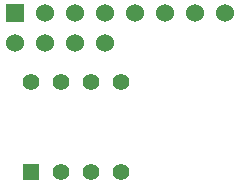
<source format=gbs>
G04 (created by PCBNEW (2013-07-07 BZR 4022)-stable) date 15/01/2015 17:01:17*
%MOIN*%
G04 Gerber Fmt 3.4, Leading zero omitted, Abs format*
%FSLAX34Y34*%
G01*
G70*
G90*
G04 APERTURE LIST*
%ADD10C,0.00590551*%
%ADD11R,0.06X0.06*%
%ADD12C,0.06*%
%ADD13R,0.055X0.055*%
%ADD14C,0.055*%
G04 APERTURE END LIST*
G54D10*
G54D11*
X67450Y-36800D03*
G54D12*
X73450Y-36800D03*
X68450Y-36800D03*
X74450Y-36800D03*
X69450Y-36800D03*
X70450Y-36800D03*
X71450Y-36800D03*
X72450Y-36800D03*
X70450Y-37800D03*
X69450Y-37800D03*
X68450Y-37800D03*
X67450Y-37800D03*
G54D13*
X68000Y-42100D03*
G54D14*
X69000Y-42100D03*
X70000Y-42100D03*
X71000Y-42100D03*
X71000Y-39100D03*
X70000Y-39100D03*
X69000Y-39100D03*
X68000Y-39100D03*
M02*

</source>
